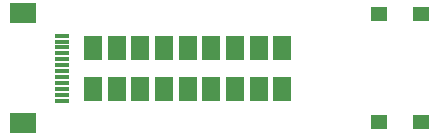
<source format=gbr>
%TF.GenerationSoftware,KiCad,Pcbnew,(6.0.6)*%
%TF.CreationDate,2022-07-28T22:42:36-07:00*%
%TF.ProjectId,right_thumb_routed,72696768-745f-4746-9875-6d625f726f75,v1.0.0*%
%TF.SameCoordinates,Original*%
%TF.FileFunction,Paste,Top*%
%TF.FilePolarity,Positive*%
%FSLAX46Y46*%
G04 Gerber Fmt 4.6, Leading zero omitted, Abs format (unit mm)*
G04 Created by KiCad (PCBNEW (6.0.6)) date 2022-07-28 22:42:36*
%MOMM*%
%LPD*%
G01*
G04 APERTURE LIST*
%ADD10R,1.300000X0.300000*%
%ADD11R,2.200000X1.800000*%
%ADD12R,1.500000X2.000000*%
%ADD13R,1.400000X1.300000*%
G04 APERTURE END LIST*
D10*
%TO.C,J5*%
X61350000Y-49350000D03*
X61350000Y-49850000D03*
X61350000Y-50350000D03*
X61350000Y-50850000D03*
X61350000Y-51350000D03*
X61350000Y-51850000D03*
X61350000Y-52350000D03*
X61350000Y-52850000D03*
X61350000Y-53350000D03*
X61350000Y-53850000D03*
X61350000Y-54350000D03*
X61350000Y-54850000D03*
D11*
X58100000Y-56750000D03*
X58100000Y-47450000D03*
%TD*%
D12*
%TO.C,J6*%
X64000000Y-53900000D03*
X64000000Y-50400000D03*
X66000000Y-50400000D03*
X66000000Y-53900000D03*
X68000000Y-53900000D03*
X68000000Y-50400000D03*
X70000000Y-50400000D03*
X70000000Y-53900000D03*
X72000000Y-50400000D03*
X72000000Y-53900000D03*
X74000000Y-50400000D03*
X74000000Y-53900000D03*
X76000000Y-50400000D03*
X76000000Y-53900000D03*
X78000000Y-50400000D03*
X78000000Y-53900000D03*
X80000000Y-50400000D03*
X80000000Y-53900000D03*
%TD*%
D13*
%TO.C,D17*%
X91775000Y-47500000D03*
X88225000Y-47500000D03*
%TD*%
%TO.C,D16*%
X88225000Y-56700000D03*
X91775000Y-56700000D03*
%TD*%
M02*

</source>
